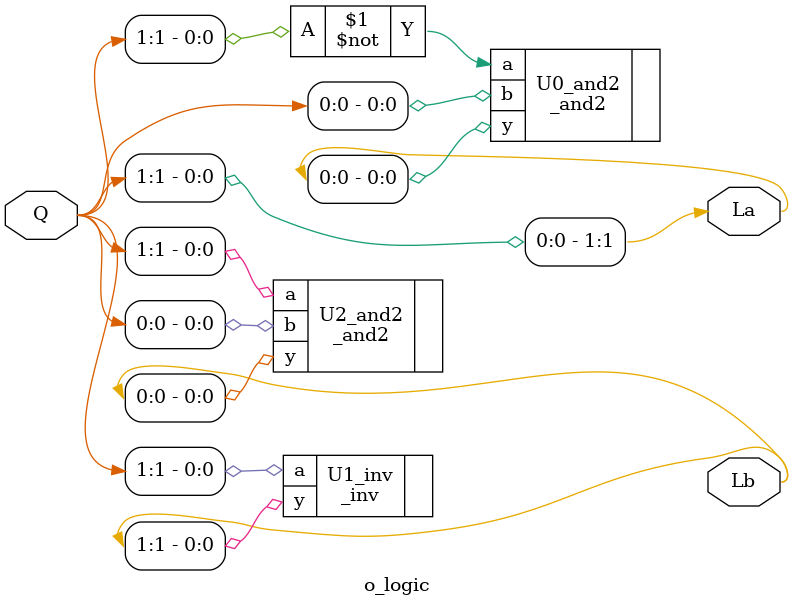
<source format=v>
module o_logic(Q, La, Lb); //output logic

	input		[1:0] 	Q; //inputs
	output	[1:0] 	La, Lb; //outputs
	
	_and2 U0_and2(.a(~Q[1]), .b(Q[0]), .y(La[0]));	//L(a0)
	_inv	U1_inv(.a(Q[1]), .y(Lb[1]));					//L(b1)
	_and2	U2_and2(.a(Q[1]), .b(Q[0]), .y(Lb[0]));	//L(b0)
	
	assign	La[1] = Q[1];									//L(a1)
	
	endmodule

</source>
